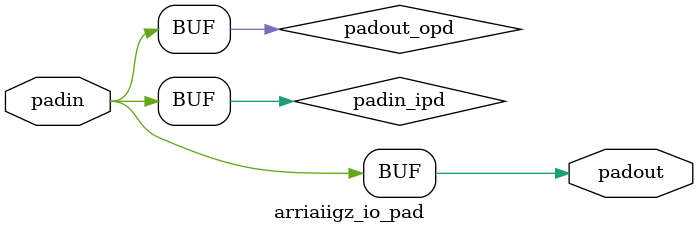
<source format=v>
module arriaiigz_io_pad ( 
		      padin, 
                      padout
	            );
parameter lpm_type = "arriaiigz_io_pad";
input padin; 
output padout;
wire padin_ipd;
wire padout_opd;
buf padin_buf  (padin_ipd,padin);
assign padout_opd = padin_ipd;
buf padout_buf (padout, padout_opd);
endmodule
</source>
